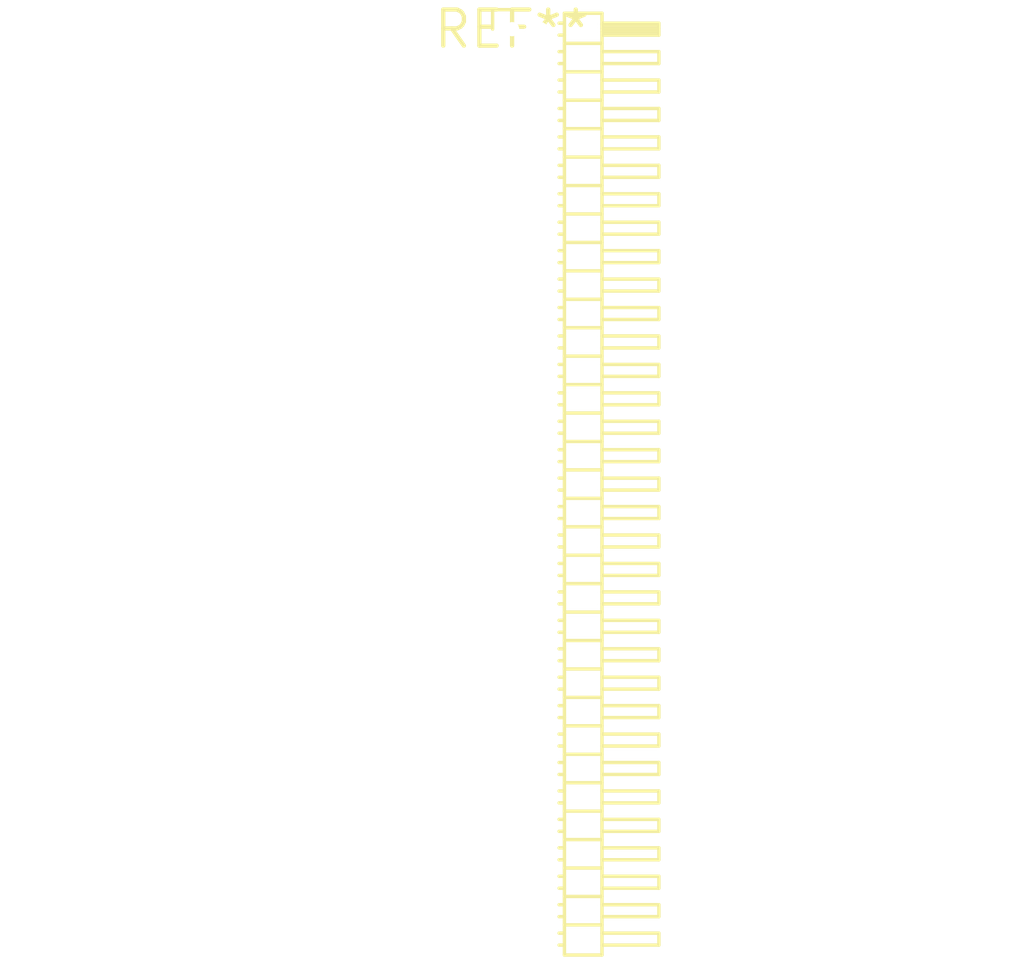
<source format=kicad_pcb>
(kicad_pcb (version 20240108) (generator pcbnew)
  (layers (0 "F.Cu" signal) (31 "B.Cu" signal) (34 "B.Paste" user) (35 "F.Paste" user) (36 "B.SilkS" user "B.Silkscreen") (37 "F.SilkS" user "F.Silkscreen") (38 "B.Mask" user) (39 "F.Mask" user) (44 "Edge.Cuts" user))
  (net 0 "")
  (footprint "PinHeader_2x33_P1.00mm_Horizontal" (layer "F.Cu") (at 0 0)
    (property "Reference" "REF**")
    (property "Value" "PinHeader_2x33_P1.00mm_Horizontal")
    (fp_line (start -0.685 -0.685) (end 0 -0.685) (layer "F.SilkS") (stroke (width 0.12)))
    (fp_line (start -0.685 0) (end -0.685 -0.685) (layer "F.SilkS") (stroke (width 0.12)))
    (fp_line (start 1.652016 -0.21) (end 1.84 -0.21) (layer "F.SilkS") (stroke (width 0.12)))
    (fp_line (start 1.652016 0.21) (end 1.84 0.21) (layer "F.SilkS") (stroke (width 0.12)))
    (fp_line (start 1.652016 0.79) (end 1.84 0.79) (layer "F.SilkS") (stroke (width 0.12)))
    (fp_line (start 1.652016 1.21) (end 1.84 1.21) (layer "F.SilkS") (stroke (width 0.12)))
    (fp_line (start 1.652016 1.79) (end 1.84 1.79) (layer "F.SilkS") (stroke (width 0.12)))
    (fp_line (start 1.652016 2.21) (end 1.84 2.21) (layer "F.SilkS") (stroke (width 0.12)))
    (fp_line (start 1.652016 2.79) (end 1.84 2.79) (layer "F.SilkS") (stroke (width 0.12)))
    (fp_line (start 1.652016 3.21) (end 1.84 3.21) (layer "F.SilkS") (stroke (width 0.12)))
    (fp_line (start 1.652016 3.79) (end 1.84 3.79) (layer "F.SilkS") (stroke (width 0.12)))
    (fp_line (start 1.652016 4.21) (end 1.84 4.21) (layer "F.SilkS") (stroke (width 0.12)))
    (fp_line (start 1.652016 4.79) (end 1.84 4.79) (layer "F.SilkS") (stroke (width 0.12)))
    (fp_line (start 1.652016 5.21) (end 1.84 5.21) (layer "F.SilkS") (stroke (width 0.12)))
    (fp_line (start 1.652016 5.79) (end 1.84 5.79) (layer "F.SilkS") (stroke (width 0.12)))
    (fp_line (start 1.652016 6.21) (end 1.84 6.21) (layer "F.SilkS") (stroke (width 0.12)))
    (fp_line (start 1.652016 6.79) (end 1.84 6.79) (layer "F.SilkS") (stroke (width 0.12)))
    (fp_line (start 1.652016 7.21) (end 1.84 7.21) (layer "F.SilkS") (stroke (width 0.12)))
    (fp_line (start 1.652016 7.79) (end 1.84 7.79) (layer "F.SilkS") (stroke (width 0.12)))
    (fp_line (start 1.652016 8.21) (end 1.84 8.21) (layer "F.SilkS") (stroke (width 0.12)))
    (fp_line (start 1.652016 8.79) (end 1.84 8.79) (layer "F.SilkS") (stroke (width 0.12)))
    (fp_line (start 1.652016 9.21) (end 1.84 9.21) (layer "F.SilkS") (stroke (width 0.12)))
    (fp_line (start 1.652016 9.79) (end 1.84 9.79) (layer "F.SilkS") (stroke (width 0.12)))
    (fp_line (start 1.652016 10.21) (end 1.84 10.21) (layer "F.SilkS") (stroke (width 0.12)))
    (fp_line (start 1.652016 10.79) (end 1.84 10.79) (layer "F.SilkS") (stroke (width 0.12)))
    (fp_line (start 1.652016 11.21) (end 1.84 11.21) (layer "F.SilkS") (stroke (width 0.12)))
    (fp_line (start 1.652016 11.79) (end 1.84 11.79) (layer "F.SilkS") (stroke (width 0.12)))
    (fp_line (start 1.652016 12.21) (end 1.84 12.21) (layer "F.SilkS") (stroke (width 0.12)))
    (fp_line (start 1.652016 12.79) (end 1.84 12.79) (layer "F.SilkS") (stroke (width 0.12)))
    (fp_line (start 1.652016 13.21) (end 1.84 13.21) (layer "F.SilkS") (stroke (width 0.12)))
    (fp_line (start 1.652016 13.79) (end 1.84 13.79) (layer "F.SilkS") (stroke (width 0.12)))
    (fp_line (start 1.652016 14.21) (end 1.84 14.21) (layer "F.SilkS") (stroke (width 0.12)))
    (fp_line (start 1.652016 14.79) (end 1.84 14.79) (layer "F.SilkS") (stroke (width 0.12)))
    (fp_line (start 1.652016 15.21) (end 1.84 15.21) (layer "F.SilkS") (stroke (width 0.12)))
    (fp_line (start 1.652016 15.79) (end 1.84 15.79) (layer "F.SilkS") (stroke (width 0.12)))
    (fp_line (start 1.652016 16.21) (end 1.84 16.21) (layer "F.SilkS") (stroke (width 0.12)))
    (fp_line (start 1.652016 16.79) (end 1.84 16.79) (layer "F.SilkS") (stroke (width 0.12)))
    (fp_line (start 1.652016 17.21) (end 1.84 17.21) (layer "F.SilkS") (stroke (width 0.12)))
    (fp_line (start 1.652016 17.79) (end 1.84 17.79) (layer "F.SilkS") (stroke (width 0.12)))
    (fp_line (start 1.652016 18.21) (end 1.84 18.21) (layer "F.SilkS") (stroke (width 0.12)))
    (fp_line (start 1.652016 18.79) (end 1.84 18.79) (layer "F.SilkS") (stroke (width 0.12)))
    (fp_line (start 1.652016 19.21) (end 1.84 19.21) (layer "F.SilkS") (stroke (width 0.12)))
    (fp_line (start 1.652016 19.79) (end 1.84 19.79) (layer "F.SilkS") (stroke (width 0.12)))
    (fp_line (start 1.652016 20.21) (end 1.84 20.21) (layer "F.SilkS") (stroke (width 0.12)))
    (fp_line (start 1.652016 20.79) (end 1.84 20.79) (layer "F.SilkS") (stroke (width 0.12)))
    (fp_line (start 1.652016 21.21) (end 1.84 21.21) (layer "F.SilkS") (stroke (width 0.12)))
    (fp_line (start 1.652016 21.79) (end 1.84 21.79) (layer "F.SilkS") (stroke (width 0.12)))
    (fp_line (start 1.652016 22.21) (end 1.84 22.21) (layer "F.SilkS") (stroke (width 0.12)))
    (fp_line (start 1.652016 22.79) (end 1.84 22.79) (layer "F.SilkS") (stroke (width 0.12)))
    (fp_line (start 1.652016 23.21) (end 1.84 23.21) (layer "F.SilkS") (stroke (width 0.12)))
    (fp_line (start 1.652016 23.79) (end 1.84 23.79) (layer "F.SilkS") (stroke (width 0.12)))
    (fp_line (start 1.652016 24.21) (end 1.84 24.21) (layer "F.SilkS") (stroke (width 0.12)))
    (fp_line (start 1.652016 24.79) (end 1.84 24.79) (layer "F.SilkS") (stroke (width 0.12)))
    (fp_line (start 1.652016 25.21) (end 1.84 25.21) (layer "F.SilkS") (stroke (width 0.12)))
    (fp_line (start 1.652016 25.79) (end 1.84 25.79) (layer "F.SilkS") (stroke (width 0.12)))
    (fp_line (start 1.652016 26.21) (end 1.84 26.21) (layer "F.SilkS") (stroke (width 0.12)))
    (fp_line (start 1.652016 26.79) (end 1.84 26.79) (layer "F.SilkS") (stroke (width 0.12)))
    (fp_line (start 1.652016 27.21) (end 1.84 27.21) (layer "F.SilkS") (stroke (width 0.12)))
    (fp_line (start 1.652016 27.79) (end 1.84 27.79) (layer "F.SilkS") (stroke (width 0.12)))
    (fp_line (start 1.652016 28.21) (end 1.84 28.21) (layer "F.SilkS") (stroke (width 0.12)))
    (fp_line (start 1.652016 28.79) (end 1.84 28.79) (layer "F.SilkS") (stroke (width 0.12)))
    (fp_line (start 1.652016 29.21) (end 1.84 29.21) (layer "F.SilkS") (stroke (width 0.12)))
    (fp_line (start 1.652016 29.79) (end 1.84 29.79) (layer "F.SilkS") (stroke (width 0.12)))
    (fp_line (start 1.652016 30.21) (end 1.84 30.21) (layer "F.SilkS") (stroke (width 0.12)))
    (fp_line (start 1.652016 30.79) (end 1.84 30.79) (layer "F.SilkS") (stroke (width 0.12)))
    (fp_line (start 1.652016 31.21) (end 1.84 31.21) (layer "F.SilkS") (stroke (width 0.12)))
    (fp_line (start 1.652016 31.79) (end 1.84 31.79) (layer "F.SilkS") (stroke (width 0.12)))
    (fp_line (start 1.652016 32.21) (end 1.84 32.21) (layer "F.SilkS") (stroke (width 0.12)))
    (fp_line (start 1.84 -0.56) (end 1.84 32.56) (layer "F.SilkS") (stroke (width 0.12)))
    (fp_line (start 1.84 0.5) (end 3.16 0.5) (layer "F.SilkS") (stroke (width 0.12)))
    (fp_line (start 1.84 1.5) (end 3.16 1.5) (layer "F.SilkS") (stroke (width 0.12)))
    (fp_line (start 1.84 2.5) (end 3.16 2.5) (layer "F.SilkS") (stroke (width 0.12)))
    (fp_line (start 1.84 3.5) (end 3.16 3.5) (layer "F.SilkS") (stroke (width 0.12)))
    (fp_line (start 1.84 4.5) (end 3.16 4.5) (layer "F.SilkS") (stroke (width 0.12)))
    (fp_line (start 1.84 5.5) (end 3.16 5.5) (layer "F.SilkS") (stroke (width 0.12)))
    (fp_line (start 1.84 6.5) (end 3.16 6.5) (layer "F.SilkS") (stroke (width 0.12)))
    (fp_line (start 1.84 7.5) (end 3.16 7.5) (layer "F.SilkS") (stroke (width 0.12)))
    (fp_line (start 1.84 8.5) (end 3.16 8.5) (layer "F.SilkS") (stroke (width 0.12)))
    (fp_line (start 1.84 9.5) (end 3.16 9.5) (layer "F.SilkS") (stroke (width 0.12)))
    (fp_line (start 1.84 10.5) (end 3.16 10.5) (layer "F.SilkS") (stroke (width 0.12)))
    (fp_line (start 1.84 11.5) (end 3.16 11.5) (layer "F.SilkS") (stroke (width 0.12)))
    (fp_line (start 1.84 12.5) (end 3.16 12.5) (layer "F.SilkS") (stroke (width 0.12)))
    (fp_line (start 1.84 13.5) (end 3.16 13.5) (layer "F.SilkS") (stroke (width 0.12)))
    (fp_line (start 1.84 14.5) (end 3.16 14.5) (layer "F.SilkS") (stroke (width 0.12)))
    (fp_line (start 1.84 15.5) (end 3.16 15.5) (layer "F.SilkS") (stroke (width 0.12)))
    (fp_line (start 1.84 16.5) (end 3.16 16.5) (layer "F.SilkS") (stroke (width 0.12)))
    (fp_line (start 1.84 17.5) (end 3.16 17.5) (layer "F.SilkS") (stroke (width 0.12)))
    (fp_line (start 1.84 18.5) (end 3.16 18.5) (layer "F.SilkS") (stroke (width 0.12)))
    (fp_line (start 1.84 19.5) (end 3.16 19.5) (layer "F.SilkS") (stroke (width 0.12)))
    (fp_line (start 1.84 20.5) (end 3.16 20.5) (layer "F.SilkS") (stroke (width 0.12)))
    (fp_line (start 1.84 21.5) (end 3.16 21.5) (layer "F.SilkS") (stroke (width 0.12)))
    (fp_line (start 1.84 22.5) (end 3.16 22.5) (layer "F.SilkS") (stroke (width 0.12)))
    (fp_line (start 1.84 23.5) (end 3.16 23.5) (layer "F.SilkS") (stroke (width 0.12)))
    (fp_line (start 1.84 24.5) (end 3.16 24.5) (layer "F.SilkS") (stroke (width 0.12)))
    (fp_line (start 1.84 25.5) (end 3.16 25.5) (layer "F.SilkS") (stroke (width 0.12)))
    (fp_line (start 1.84 26.5) (end 3.16 26.5) (layer "F.SilkS") (stroke (width 0.12)))
    (fp_line (start 1.84 27.5) (end 3.16 27.5) (layer "F.SilkS") (stroke (width 0.12)))
    (fp_line (start 1.84 28.5) (end 3.16 28.5) (layer "F.SilkS") (stroke (width 0.12)))
    (fp_line (start 1.84 29.5) (end 3.16 29.5) (layer "F.SilkS") (stroke (width 0.12)))
    (fp_line (start 1.84 30.5) (end 3.16 30.5) (layer "F.SilkS") (stroke (width 0.12)))
    (fp_line (start 1.84 31.5) (end 3.16 31.5) (layer "F.SilkS") (stroke (width 0.12)))
    (fp_line (start 1.84 32.56) (end 3.16 32.56) (layer "F.SilkS") (stroke (width 0.12)))
    (fp_line (start 3.16 -0.56) (end 1.84 -0.56) (layer "F.SilkS") (stroke (width 0.12)))
    (fp_line (start 3.16 -0.21) (end 5.16 -0.21) (layer "F.SilkS") (stroke (width 0.12)))
    (fp_line (start 3.16 -0.15) (end 5.16 -0.15) (layer "F.SilkS") (stroke (width 0.12)))
    (fp_line (start 3.16 -0.03) (end 5.16 -0.03) (layer "F.SilkS") (stroke (width 0.12)))
    (fp_line (start 3.16 0.09) (end 5.16 0.09) (layer "F.SilkS") (stroke (width 0.12)))
    (fp_line (start 3.16 0.79) (end 5.16 0.79) (layer "F.SilkS") (stroke (width 0.12)))
    (fp_line (start 3.16 1.79) (end 5.16 1.79) (layer "F.SilkS") (stroke (width 0.12)))
    (fp_line (start 3.16 2.79) (end 5.16 2.79) (layer "F.SilkS") (stroke (width 0.12)))
    (fp_line (start 3.16 3.79) (end 5.16 3.79) (layer "F.SilkS") (stroke (width 0.12)))
    (fp_line (start 3.16 4.79) (end 5.16 4.79) (layer "F.SilkS") (stroke (width 0.12)))
    (fp_line (start 3.16 5.79) (end 5.16 5.79) (layer "F.SilkS") (stroke (width 0.12)))
    (fp_line (start 3.16 6.79) (end 5.16 6.79) (layer "F.SilkS") (stroke (width 0.12)))
    (fp_line (start 3.16 7.79) (end 5.16 7.79) (layer "F.SilkS") (stroke (width 0.12)))
    (fp_line (start 3.16 8.79) (end 5.16 8.79) (layer "F.SilkS") (stroke (width 0.12)))
    (fp_line (start 3.16 9.79) (end 5.16 9.79) (layer "F.SilkS") (stroke (width 0.12)))
    (fp_line (start 3.16 10.79) (end 5.16 10.79) (layer "F.SilkS") (stroke (width 0.12)))
    (fp_line (start 3.16 11.79) (end 5.16 11.79) (layer "F.SilkS") (stroke (width 0.12)))
    (fp_line (start 3.16 12.79) (end 5.16 12.79) (layer "F.SilkS") (stroke (width 0.12)))
    (fp_line (start 3.16 13.79) (end 5.16 13.79) (layer "F.SilkS") (stroke (width 0.12)))
    (fp_line (start 3.16 14.79) (end 5.16 14.79) (layer "F.SilkS") (stroke (width 0.12)))
    (fp_line (start 3.16 15.79) (end 5.16 15.79) (layer "F.SilkS") (stroke (width 0.12)))
    (fp_line (start 3.16 16.79) (end 5.16 16.79) (layer "F.SilkS") (stroke (width 0.12)))
    (fp_line (start 3.16 17.79) (end 5.16 17.79) (layer "F.SilkS") (stroke (width 0.12)))
    (fp_line (start 3.16 18.79) (end 5.16 18.79) (layer "F.SilkS") (stroke (width 0.12)))
    (fp_line (start 3.16 19.79) (end 5.16 19.79) (layer "F.SilkS") (stroke (width 0.12)))
    (fp_line (start 3.16 20.79) (end 5.16 20.79) (layer "F.SilkS") (stroke (width 0.12)))
    (fp_line (start 3.16 21.79) (end 5.16 21.79) (layer "F.SilkS") (stroke (width 0.12)))
    (fp_line (start 3.16 22.79) (end 5.16 22.79) (layer "F.SilkS") (stroke (width 0.12)))
    (fp_line (start 3.16 23.79) (end 5.16 23.79) (layer "F.SilkS") (stroke (width 0.12)))
    (fp_line (start 3.16 24.79) (end 5.16 24.79) (layer "F.SilkS") (stroke (width 0.12)))
    (fp_line (start 3.16 25.79) (end 5.16 25.79) (layer "F.SilkS") (stroke (width 0.12)))
    (fp_line (start 3.16 26.79) (end 5.16 26.79) (layer "F.SilkS") (stroke (width 0.12)))
    (fp_line (start 3.16 27.79) (end 5.16 27.79) (layer "F.SilkS") (stroke (width 0.12)))
    (fp_line (start 3.16 28.79) (end 5.16 28.79) (layer "F.SilkS") (stroke (width 0.12)))
    (fp_line (start 3.16 29.79) (end 5.16 29.79) (layer "F.SilkS") (stroke (width 0.12)))
    (fp_line (start 3.16 30.79) (end 5.16 30.79) (layer "F.SilkS") (stroke (width 0.12)))
    (fp_line (start 3.16 31.79) (end 5.16 31.79) (layer "F.SilkS") (stroke (width 0.12)))
    (fp_line (start 3.16 32.56) (end 3.16 -0.56) (layer "F.SilkS") (stroke (width 0.12)))
    (fp_line (start 5.16 -0.21) (end 5.16 0.21) (layer "F.SilkS") (stroke (width 0.12)))
    (fp_line (start 5.16 0.21) (end 3.16 0.21) (layer "F.SilkS") (stroke (width 0.12)))
    (fp_line (start 5.16 0.79) (end 5.16 1.21) (layer "F.SilkS") (stroke (width 0.12)))
    (fp_line (start 5.16 1.21) (end 3.16 1.21) (layer "F.SilkS") (stroke (width 0.12)))
    (fp_line (start 5.16 1.79) (end 5.16 2.21) (layer "F.SilkS") (stroke (width 0.12)))
    (fp_line (start 5.16 2.21) (end 3.16 2.21) (layer "F.SilkS") (stroke (width 0.12)))
    (fp_line (start 5.16 2.79) (end 5.16 3.21) (layer "F.SilkS") (stroke (width 0.12)))
    (fp_line (start 5.16 3.21) (end 3.16 3.21) (layer "F.SilkS") (stroke (width 0.12)))
    (fp_line (start 5.16 3.79) (end 5.16 4.21) (layer "F.SilkS") (stroke (width 0.12)))
    (fp_line (start 5.16 4.21) (end 3.16 4.21) (layer "F.SilkS") (stroke (width 0.12)))
    (fp_line (start 5.16 4.79) (end 5.16 5.21) (layer "F.SilkS") (stroke (width 0.12)))
    (fp_line (start 5.16 5.21) (end 3.16 5.21) (layer "F.SilkS") (stroke (width 0.12)))
    (fp_line (start 5.16 5.79) (end 5.16 6.21) (layer "F.SilkS") (stroke (width 0.12)))
    (fp_line (start 5.16 6.21) (end 3.16 6.21) (layer "F.SilkS") (stroke (width 0.12)))
    (fp_line (start 5.16 6.79) (end 5.16 7.21) (layer "F.SilkS") (stroke (width 0.12)))
    (fp_line (start 5.16 7.21) (end 3.16 7.21) (layer "F.SilkS") (stroke (width 0.12)))
    (fp_line (start 5.16 7.79) (end 5.16 8.21) (layer "F.SilkS") (stroke (width 0.12)))
    (fp_line (start 5.16 8.21) (end 3.16 8.21) (layer "F.SilkS") (stroke (width 0.12)))
    (fp_line (start 5.16 8.79) (end 5.16 9.21) (layer "F.SilkS") (stroke (width 0.12)))
    (fp_line (start 5.16 9.21) (end 3.16 9.21) (layer "F.SilkS") (stroke (width 0.12)))
    (fp_line (start 5.16 9.79) (end 5.16 10.21) (layer "F.SilkS") (stroke (width 0.12)))
    (fp_line (start 5.16 10.21) (end 3.16 10.21) (layer "F.SilkS") (stroke (width 0.12)))
    (fp_line (start 5.16 10.79) (end 5.16 11.21) (layer "F.SilkS") (stroke (width 0.12)))
    (fp_line (start 5.16 11.21) (end 3.16 11.21) (layer "F.SilkS") (stroke (width 0.12)))
    (fp_line (start 5.16 11.79) (end 5.16 12.21) (layer "F.SilkS") (stroke (width 0.12)))
    (fp_line (start 5.16 12.21) (end 3.16 12.21) (layer "F.SilkS") (stroke (width 0.12)))
    (fp_line (start 5.16 12.79) (end 5.16 13.21) (layer "F.SilkS") (stroke (width 0.12)))
    (fp_line (start 5.16 13.21) (end 3.16 13.21) (layer "F.SilkS") (stroke (width 0.12)))
    (fp_line (start 5.16 13.79) (end 5.16 14.21) (layer "F.SilkS") (stroke (width 0.12)))
    (fp_line (start 5.16 14.21) (end 3.16 14.21) (layer "F.SilkS") (stroke (width 0.12)))
    (fp_line (start 5.16 14.79) (end 5.16 15.21) (layer "F.SilkS") (stroke (width 0.12)))
    (fp_line (start 5.16 15.21) (end 3.16 15.21) (layer "F.SilkS") (stroke (width 0.12)))
    (fp_line (start 5.16 15.79) (end 5.16 16.21) (layer "F.SilkS") (stroke (width 0.12)))
    (fp_line (start 5.16 16.21) (end 3.16 16.21) (layer "F.SilkS") (stroke (width 0.12)))
    (fp_line (start 5.16 16.79) (end 5.16 17.21) (layer "F.SilkS") (stroke (width 0.12)))
    (fp_line (start 5.16 17.21) (end 3.16 17.21) (layer "F.SilkS") (stroke (width 0.12)))
    (fp_line (start 5.16 17.79) (end 5.16 18.21) (layer "F.SilkS") (stroke (width 0.12)))
    (fp_line (start 5.16 18.21) (end 3.16 18.21) (layer "F.SilkS") (stroke (width 0.12)))
    (fp_line (start 5.16 18.79) (end 5.16 19.21) (layer "F.SilkS") (stroke (width 0.12)))
    (fp_line (start 5.16 19.21) (end 3.16 19.21) (layer "F.SilkS") (stroke (width 0.12)))
    (fp_line (start 5.16 19.79) (end 5.16 20.21) (layer "F.SilkS") (stroke (width 0.12)))
    (fp_line (start 5.16 20.21) (end 3.16 20.21) (layer "F.SilkS") (stroke (width 0.12)))
    (fp_line (start 5.16 20.79) (end 5.16 21.21) (layer "F.SilkS") (stroke (width 0.12)))
    (fp_line (start 5.16 21.21) (end 3.16 21.21) (layer "F.SilkS") (stroke (width 0.12)))
    (fp_line (start 5.16 21.79) (end 5.16 22.21) (layer "F.SilkS") (stroke (width 0.12)))
    (fp_line (start 5.16 22.21) (end 3.16 22.21) (layer "F.SilkS") (stroke (width 0.12)))
    (fp_line (start 5.16 22.79) (end 5.16 23.21) (layer "F.SilkS") (stroke (width 0.12)))
    (fp_line (start 5.16 23.21) (end 3.16 23.21) (layer "F.SilkS") (stroke (width 0.12)))
    (fp_line (start 5.16 23.79) (end 5.16 24.21) (layer "F.SilkS") (stroke (width 0.12)))
    (fp_line (start 5.16 24.21) (end 3.16 24.21) (layer "F.SilkS") (stroke (width 0.12)))
    (fp_line (start 5.16 24.79) (end 5.16 25.21) (layer "F.SilkS") (stroke (width 0.12)))
    (fp_line (start 5.16 25.21) (end 3.16 25.21) (layer "F.SilkS") (stroke (width 0.12)))
    (fp_line (start 5.16 25.79) (end 5.16 26.21) (layer "F.SilkS") (stroke (width 0.12)))
    (fp_line (start 5.16 26.21) (end 3.16 26.21) (layer "F.SilkS") (stroke (width 0.12)))
    (fp_line (start 5.16 26.79) (end 5.16 27.21) (layer "F.SilkS") (stroke (width 0.12)))
    (fp_line (start 5.16 27.21) (end 3.16 27.21) (layer "F.SilkS") (stroke (width 0.12)))
    (fp_line (start 5.16 27.79) (end 5.16 28.21) (layer "F.SilkS") (stroke (width 0.12)))
    (fp_line (start 5.16 28.21) (end 3.16 28.21) (layer "F.SilkS") (stroke (width 0.12)))
    (fp_line (start 5.16 28.79) (end 5.16 29.21) (layer "F.SilkS") (stroke (width 0.12)))
    (fp_line (start 5.16 29.21) (end 3.16 29.21) (layer "F.SilkS") (stroke (width 0.12)))
    (fp_line (start 5.16 29.79) (end 5.16 30.21) (layer "F.SilkS") (stroke (width 0.12)))
    (fp_line (start 5.16 30.21) (end 3.16 30.21) (layer "F.SilkS") (stroke (width 0.12)))
    (fp_line (start 5.16 30.79) (end 5.16 31.21) (layer "F.SilkS") (stroke (width 0.12)))
    (fp_line (start 5.16 31.21) (end 3.16 31.21) (layer "F.SilkS") (stroke (width 0.12)))
    (fp_line (start 5.16 31.79) (end 5.16 32.21) (layer "F.SilkS") (stroke (width 0.12)))
    (fp_line (start 5.16 32.21) (end 3.16 32.21) (layer "F.SilkS") (stroke (width 0.12)))
    (pad "1" thru_hole rect (at 0 0) (size 0.85 0.85) (drill 0.5) (layers *.Cu *.Mask) (remove_unused_layers))
    (pad "2" thru_hole oval (at 1 0) (size 0.85 0.85) (drill 0.5) (layers *.Cu *.Mask) (remove_unused_layers))
    (pad "3" thru_hole oval (at 0 1) (size 0.85 0.85) (drill 0.5) (layers *.Cu *.Mask) (remove_unused_layers))
    (pad "4" thru_hole oval (at 1 1) (size 0.85 0.85) (drill 0.5) (layers *.Cu *.Mask) (remove_unused_layers))
    (pad "5" thru_hole oval (at 0 2) (size 0.85 0.85) (drill 0.5) (layers *.Cu *.Mask) (remove_unused_layers))
    (pad "6" thru_hole oval (at 1 2) (size 0.85 0.85) (drill 0.5) (layers *.Cu *.Mask) (remove_unused_layers))
    (pad "7" thru_hole oval (at 0 3) (size 0.85 0.85) (drill 0.5) (layers *.Cu *.Mask) (remove_unused_layers))
    (pad "8" thru_hole oval (at 1 3) (size 0.85 0.85) (drill 0.5) (layers *.Cu *.Mask) (remove_unused_layers))
    (pad "9" thru_hole oval (at 0 4) (size 0.85 0.85) (drill 0.5) (layers *.Cu *.Mask) (remove_unused_layers))
    (pad "10" thru_hole oval (at 1 4) (size 0.85 0.85) (drill 0.5) (layers *.Cu *.Mask) (remove_unused_layers))
    (pad "11" thru_hole oval (at 0 5) (size 0.85 0.85) (drill 0.5) (layers *.Cu *.Mask) (remove_unused_layers))
    (pad "12" thru_hole oval (at 1 5) (size 0.85 0.85) (drill 0.5) (layers *.Cu *.Mask) (remove_unused_layers))
    (pad "13" thru_hole oval (at 0 6) (size 0.85 0.85) (drill 0.5) (layers *.Cu *.Mask) (remove_unused_layers))
    (pad "14" thru_hole oval (at 1 6) (size 0.85 0.85) (drill 0.5) (layers *.Cu *.Mask) (remove_unused_layers))
    (pad "15" thru_hole oval (at 0 7) (size 0.85 0.85) (drill 0.5) (layers *.Cu *.Mask) (remove_unused_layers))
    (pad "16" thru_hole oval (at 1 7) (size 0.85 0.85) (drill 0.5) (layers *.Cu *.Mask) (remove_unused_layers))
    (pad "17" thru_hole oval (at 0 8) (size 0.85 0.85) (drill 0.5) (layers *.Cu *.Mask) (remove_unused_layers))
    (pad "18" thru_hole oval (at 1 8) (size 0.85 0.85) (drill 0.5) (layers *.Cu *.Mask) (remove_unused_layers))
    (pad "19" thru_hole oval (at 0 9) (size 0.85 0.85) (drill 0.5) (layers *.Cu *.Mask) (remove_unused_layers))
    (pad "20" thru_hole oval (at 1 9) (size 0.85 0.85) (drill 0.5) (layers *.Cu *.Mask) (remove_unused_layers))
    (pad "21" thru_hole oval (at 0 10) (size 0.85 0.85) (drill 0.5) (layers *.Cu *.Mask) (remove_unused_layers))
    (pad "22" thru_hole oval (at 1 10) (size 0.85 0.85) (drill 0.5) (layers *.Cu *.Mask) (remove_unused_layers))
    (pad "23" thru_hole oval (at 0 11) (size 0.85 0.85) (drill 0.5) (layers *.Cu *.Mask) (remove_unused_layers))
    (pad "24" thru_hole oval (at 1 11) (size 0.85 0.85) (drill 0.5) (layers *.Cu *.Mask) (remove_unused_layers))
    (pad "25" thru_hole oval (at 0 12) (size 0.85 0.85) (drill 0.5) (layers *.Cu *.Mask) (remove_unused_layers))
    (pad "26" thru_hole oval (at 1 12) (size 0.85 0.85) (drill 0.5) (layers *.Cu *.Mask) (remove_unused_layers))
    (pad "27" thru_hole oval (at 0 13) (size 0.85 0.85) (drill 0.5) (layers *.Cu *.Mask) (remove_unused_layers))
    (pad "28" thru_hole oval (at 1 13) (size 0.85 0.85) (drill 0.5) (layers *.Cu *.Mask) (remove_unused_layers))
    (pad "29" thru_hole oval (at 0 14) (size 0.85 0.85) (drill 0.5) (layers *.Cu *.Mask) (remove_unused_layers))
    (pad "30" thru_hole oval (at 1 14) (size 0.85 0.85) (drill 0.5) (layers *.Cu *.Mask) (remove_unused_layers))
    (pad "31" thru_hole oval (at 0 15) (size 0.85 0.85) (drill 0.5) (layers *.Cu *.Mask) (remove_unused_layers))
    (pad "32" thru_hole oval (at 1 15) (size 0.85 0.85) (drill 0.5) (layers *.Cu *.Mask) (remove_unused_layers))
    (pad "33" thru_hole oval (at 0 16) (size 0.85 0.85) (drill 0.5) (layers *.Cu *.Mask) (remove_unused_layers))
    (pad "34" thru_hole oval (at 1 16) (size 0.85 0.85) (drill 0.5) (layers *.Cu *.Mask) (remove_unused_layers))
    (pad "35" thru_hole oval (at 0 17) (size 0.85 0.85) (drill 0.5) (layers *.Cu *.Mask) (remove_unused_layers))
    (pad "36" thru_hole oval (at 1 17) (size 0.85 0.85) (drill 0.5) (layers *.Cu *.Mask) (remove_unused_layers))
    (pad "37" thru_hole oval (at 0 18) (size 0.85 0.85) (drill 0.5) (layers *.Cu *.Mask) (remove_unused_layers))
    (pad "38" thru_hole oval (at 1 18) (size 0.85 0.85) (drill 0.5) (layers *.Cu *.Mask) (remove_unused_layers))
    (pad "39" thru_hole oval (at 0 19) (size 0.85 0.85) (drill 0.5) (layers *.Cu *.Mask) (remove_unused_layers))
    (pad "40" thru_hole oval (at 1 19) (size 0.85 0.85) (drill 0.5) (layers *.Cu *.Mask) (remove_unused_layers))
    (pad "41" thru_hole oval (at 0 20) (size 0.85 0.85) (drill 0.5) (layers *.Cu *.Mask) (remove_unused_layers))
    (pad "42" thru_hole oval (at 1 20) (size 0.85 0.85) (drill 0.5) (layers *.Cu *.Mask) (remove_unused_layers))
    (pad "43" thru_hole oval (at 0 21) (size 0.85 0.85) (drill 0.5) (layers *.Cu *.Mask) (remove_unused_layers))
    (pad "44" thru_hole oval (at 1 21) (size 0.85 0.85) (drill 0.5) (layers *.Cu *.Mask) (remove_unused_layers))
    (pad "45" thru_hole oval (at 0 22) (size 0.85 0.85) (drill 0.5) (layers *.Cu *.Mask) (remove_unused_layers))
    (pad "46" thru_hole oval (at 1 22) (size 0.85 0.85) (drill 0.5) (layers *.Cu *.Mask) (remove_unused_layers))
    (pad "47" thru_hole oval (at 0 23) (size 0.85 0.85) (drill 0.5) (layers *.Cu *.Mask) (remove_unused_layers))
    (pad "48" thru_hole oval (at 1 23) (size 0.85 0.85) (drill 0.5) (layers *.Cu *.Mask) (remove_unused_layers))
    (pad "49" thru_hole oval (at 0 24) (size 0.85 0.85) (drill 0.5) (layers *.Cu *.Mask) (remove_unused_layers))
    (pad "50" thru_hole oval (at 1 24) (size 0.85 0.85) (drill 0.5) (layers *.Cu *.Mask) (remove_unused_layers))
    (pad "51" thru_hole oval (at 0 25) (size 0.85 0.85) (drill 0.5) (layers *.Cu *.Mask) (remove_unused_layers))
    (pad "52" thru_hole oval (at 1 25) (size 0.85 0.85) (drill 0.5) (layers *.Cu *.Mask) (remove_unused_layers))
    (pad "53" thru_hole oval (at 0 26) (size 0.85 0.85) (drill 0.5) (layers *.Cu *.Mask) (remove_unused_layers))
    (pad "54" thru_hole oval (at 1 26) (size 0.85 0.85) (drill 0.5) (layers *.Cu *.Mask) (remove_unused_layers))
    (pad "55" thru_hole oval (at 0 27) (size 0.85 0.85) (drill 0.5) (layers *.Cu *.Mask) (remove_unused_layers))
    (pad "56" thru_hole oval (at 1 27) (size 0.85 0.85) (drill 0.5) (layers *.Cu *.Mask) (remove_unused_layers))
    (pad "57" thru_hole oval (at 0 28) (size 0.85 0.85) (drill 0.5) (layers *.Cu *.Mask) (remove_unused_layers))
    (pad "58" thru_hole oval (at 1 28) (size 0.85 0.85) (drill 0.5) (layers *.Cu *.Mask) (remove_unused_layers))
    (pad "59" thru_hole oval (at 0 29) (size 0.85 0.85) (drill 0.5) (layers *.Cu *.Mask) (remove_unused_layers))
    (pad "60" thru_hole oval (at 1 29) (size 0.85 0.85) (drill 0.5) (layers *.Cu *.Mask) (remove_unused_layers))
    (pad "61" thru_hole oval (at 0 30) (size 0.85 0.85) (drill 0.5) (layers *.Cu *.Mask) (remove_unused_layers))
    (pad "62" thru_hole oval (at 1 30) (size 0.85 0.85) (drill 0.5) (layers *.Cu *.Mask) (remove_unused_layers))
    (pad "63" thru_hole oval (at 0 31) (size 0.85 0.85) (drill 0.5) (layers *.Cu *.Mask) (remove_unused_layers))
    (pad "64" thru_hole oval (at 1 31) (size 0.85 0.85) (drill 0.5) (layers *.Cu *.Mask) (remove_unused_layers))
    (pad "65" thru_hole oval (at 0 32) (size 0.85 0.85) (drill 0.5) (layers *.Cu *.Mask) (remove_unused_layers))
    (pad "66" thru_hole oval (at 1 32) (size 0.85 0.85) (drill 0.5) (layers *.Cu *.Mask) (remove_unused_layers))
  )
)
</source>
